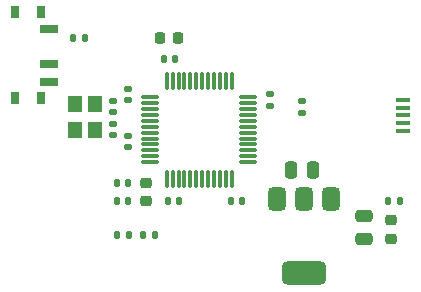
<source format=gbr>
%TF.GenerationSoftware,KiCad,Pcbnew,8.0.8*%
%TF.CreationDate,2025-02-01T16:42:16+07:00*%
%TF.ProjectId,stm32-blue-pill-backups,73746d33-322d-4626-9c75-652d70696c6c,rev?*%
%TF.SameCoordinates,Original*%
%TF.FileFunction,Paste,Top*%
%TF.FilePolarity,Positive*%
%FSLAX46Y46*%
G04 Gerber Fmt 4.6, Leading zero omitted, Abs format (unit mm)*
G04 Created by KiCad (PCBNEW 8.0.8) date 2025-02-01 16:42:16*
%MOMM*%
%LPD*%
G01*
G04 APERTURE LIST*
G04 Aperture macros list*
%AMRoundRect*
0 Rectangle with rounded corners*
0 $1 Rounding radius*
0 $2 $3 $4 $5 $6 $7 $8 $9 X,Y pos of 4 corners*
0 Add a 4 corners polygon primitive as box body*
4,1,4,$2,$3,$4,$5,$6,$7,$8,$9,$2,$3,0*
0 Add four circle primitives for the rounded corners*
1,1,$1+$1,$2,$3*
1,1,$1+$1,$4,$5*
1,1,$1+$1,$6,$7*
1,1,$1+$1,$8,$9*
0 Add four rect primitives between the rounded corners*
20,1,$1+$1,$2,$3,$4,$5,0*
20,1,$1+$1,$4,$5,$6,$7,0*
20,1,$1+$1,$6,$7,$8,$9,0*
20,1,$1+$1,$8,$9,$2,$3,0*%
G04 Aperture macros list end*
%ADD10R,0.800000X1.000000*%
%ADD11R,1.500000X0.700000*%
%ADD12RoundRect,0.135000X-0.135000X-0.185000X0.135000X-0.185000X0.135000X0.185000X-0.135000X0.185000X0*%
%ADD13RoundRect,0.135000X0.135000X0.185000X-0.135000X0.185000X-0.135000X-0.185000X0.135000X-0.185000X0*%
%ADD14RoundRect,0.218750X0.256250X-0.218750X0.256250X0.218750X-0.256250X0.218750X-0.256250X-0.218750X0*%
%ADD15RoundRect,0.140000X-0.140000X-0.170000X0.140000X-0.170000X0.140000X0.170000X-0.140000X0.170000X0*%
%ADD16RoundRect,0.140000X0.170000X-0.140000X0.170000X0.140000X-0.170000X0.140000X-0.170000X-0.140000X0*%
%ADD17RoundRect,0.250000X-0.250000X-0.475000X0.250000X-0.475000X0.250000X0.475000X-0.250000X0.475000X0*%
%ADD18RoundRect,0.218750X-0.256250X0.218750X-0.256250X-0.218750X0.256250X-0.218750X0.256250X0.218750X0*%
%ADD19RoundRect,0.250000X0.475000X-0.250000X0.475000X0.250000X-0.475000X0.250000X-0.475000X-0.250000X0*%
%ADD20RoundRect,0.140000X-0.170000X0.140000X-0.170000X-0.140000X0.170000X-0.140000X0.170000X0.140000X0*%
%ADD21RoundRect,0.075000X-0.662500X-0.075000X0.662500X-0.075000X0.662500X0.075000X-0.662500X0.075000X0*%
%ADD22RoundRect,0.075000X-0.075000X-0.662500X0.075000X-0.662500X0.075000X0.662500X-0.075000X0.662500X0*%
%ADD23RoundRect,0.225000X-0.225000X-0.250000X0.225000X-0.250000X0.225000X0.250000X-0.225000X0.250000X0*%
%ADD24RoundRect,0.135000X0.185000X-0.135000X0.185000X0.135000X-0.185000X0.135000X-0.185000X-0.135000X0*%
%ADD25RoundRect,0.140000X0.140000X0.170000X-0.140000X0.170000X-0.140000X-0.170000X0.140000X-0.170000X0*%
%ADD26R,1.200000X1.400000*%
%ADD27R,1.300000X0.450000*%
%ADD28RoundRect,0.375000X-0.375000X0.625000X-0.375000X-0.625000X0.375000X-0.625000X0.375000X0.625000X0*%
%ADD29RoundRect,0.500000X-1.400000X0.500000X-1.400000X-0.500000X1.400000X-0.500000X1.400000X0.500000X0*%
G04 APERTURE END LIST*
D10*
%TO.C,BOOT*%
X108500000Y-88050000D03*
X106290000Y-88050000D03*
X108500000Y-95350000D03*
X106290000Y-95350000D03*
D11*
X109150000Y-89450000D03*
X109150000Y-92450000D03*
X109150000Y-93950000D03*
%TD*%
D12*
%TO.C,R3*%
X137850000Y-104000000D03*
X138870000Y-104000000D03*
%TD*%
D13*
%TO.C,R4*%
X114910000Y-106950000D03*
X115930000Y-106950000D03*
%TD*%
D14*
%TO.C,FB1*%
X117410000Y-104075000D03*
X117410000Y-102500000D03*
%TD*%
D15*
%TO.C,C2*%
X118910000Y-92000000D03*
X119870000Y-92000000D03*
%TD*%
D12*
%TO.C,R1*%
X111220000Y-90230000D03*
X112240000Y-90230000D03*
%TD*%
D16*
%TO.C,C11*%
X114590000Y-98490000D03*
X114590000Y-97530000D03*
%TD*%
D15*
%TO.C,C8*%
X114950000Y-104000000D03*
X115910000Y-104000000D03*
%TD*%
D17*
%TO.C,C12*%
X129660000Y-101400000D03*
X131560000Y-101400000D03*
%TD*%
D18*
%TO.C,D1*%
X138160000Y-105675000D03*
X138160000Y-107250000D03*
%TD*%
D15*
%TO.C,C7*%
X114950000Y-102500000D03*
X115910000Y-102500000D03*
%TD*%
D19*
%TO.C,C13*%
X135890000Y-107220000D03*
X135890000Y-105320000D03*
%TD*%
D20*
%TO.C,C1*%
X127910000Y-95000000D03*
X127910000Y-95960000D03*
%TD*%
D15*
%TO.C,C9*%
X119250000Y-104000000D03*
X120210000Y-104000000D03*
%TD*%
D16*
%TO.C,C4*%
X115910000Y-95500000D03*
X115910000Y-94540000D03*
%TD*%
%TO.C,C6*%
X115910000Y-99460000D03*
X115910000Y-98500000D03*
%TD*%
D21*
%TO.C,U1*%
X117747500Y-95250000D03*
X117747500Y-95750000D03*
X117747500Y-96250000D03*
X117747500Y-96750000D03*
X117747500Y-97250000D03*
X117747500Y-97750000D03*
X117747500Y-98250000D03*
X117747500Y-98750000D03*
X117747500Y-99250000D03*
X117747500Y-99750000D03*
X117747500Y-100250000D03*
X117747500Y-100750000D03*
D22*
X119160000Y-102162500D03*
X119660000Y-102162500D03*
X120160000Y-102162500D03*
X120660000Y-102162500D03*
X121160000Y-102162500D03*
X121660000Y-102162500D03*
X122160000Y-102162500D03*
X122660000Y-102162500D03*
X123160000Y-102162500D03*
X123660000Y-102162500D03*
X124160000Y-102162500D03*
X124660000Y-102162500D03*
D21*
X126072500Y-100750000D03*
X126072500Y-100250000D03*
X126072500Y-99750000D03*
X126072500Y-99250000D03*
X126072500Y-98750000D03*
X126072500Y-98250000D03*
X126072500Y-97750000D03*
X126072500Y-97250000D03*
X126072500Y-96750000D03*
X126072500Y-96250000D03*
X126072500Y-95750000D03*
X126072500Y-95250000D03*
D22*
X124660000Y-93837500D03*
X124160000Y-93837500D03*
X123660000Y-93837500D03*
X123160000Y-93837500D03*
X122660000Y-93837500D03*
X122160000Y-93837500D03*
X121660000Y-93837500D03*
X121160000Y-93837500D03*
X120660000Y-93837500D03*
X120160000Y-93837500D03*
X119660000Y-93837500D03*
X119160000Y-93837500D03*
%TD*%
D23*
%TO.C,C5*%
X120140000Y-90200000D03*
X118590000Y-90200000D03*
%TD*%
D24*
%TO.C,R2*%
X130610000Y-95590000D03*
X130610000Y-96610000D03*
%TD*%
D25*
%TO.C,C3*%
X124600000Y-104000000D03*
X125560000Y-104000000D03*
%TD*%
D26*
%TO.C,Y1*%
X111390000Y-95830000D03*
X111390000Y-98030000D03*
X113090000Y-98030000D03*
X113090000Y-95830000D03*
%TD*%
D27*
%TO.C,USB*%
X139185000Y-95495000D03*
X139185000Y-96145000D03*
X139185000Y-96795000D03*
X139185000Y-97445000D03*
X139185000Y-98095000D03*
%TD*%
D16*
%TO.C,C10*%
X114590000Y-96490000D03*
X114590000Y-95530000D03*
%TD*%
D12*
%TO.C,R5*%
X117110000Y-106950000D03*
X118130000Y-106950000D03*
%TD*%
D28*
%TO.C,U2*%
X133060000Y-103850000D03*
X130760000Y-103850000D03*
D29*
X130760000Y-110150000D03*
D28*
X128460000Y-103850000D03*
%TD*%
M02*

</source>
